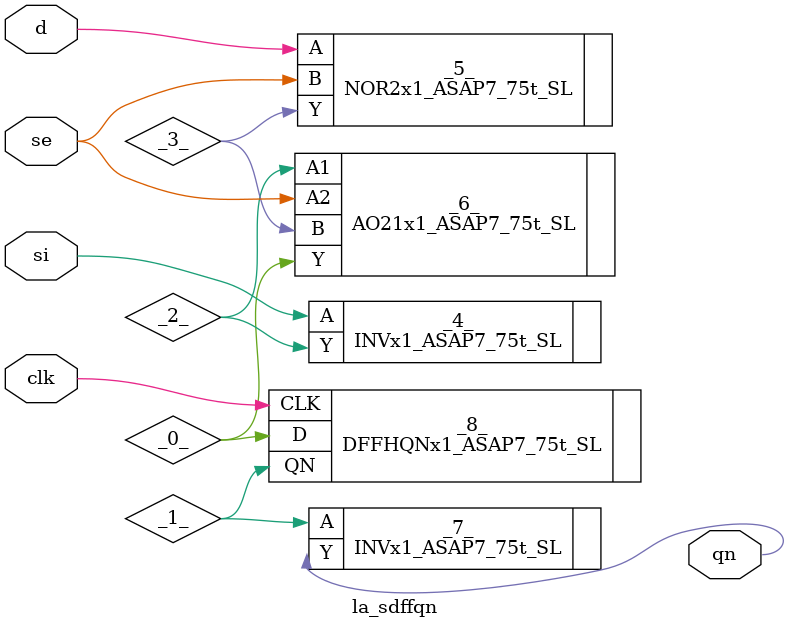
<source format=v>

/* Generated by Yosys 0.44 (git sha1 80ba43d26, g++ 11.4.0-1ubuntu1~22.04 -fPIC -O3) */

(* top =  1  *)
(* src = "generated" *)
module la_sdffqn (
    d,
    si,
    se,
    clk,
    qn
);
  (* src = "generated" *)
  wire _0_;
  wire _1_;
  wire _2_;
  wire _3_;
  (* src = "generated" *)
  input clk;
  wire clk;
  (* src = "generated" *)
  input d;
  wire d;
  (* src = "generated" *)
  output qn;
  wire qn;
  (* src = "generated" *)
  input se;
  wire se;
  (* src = "generated" *)
  input si;
  wire si;
  INVx1_ASAP7_75t_SL _4_ (
      .A(si),
      .Y(_2_)
  );
  NOR2x1_ASAP7_75t_SL _5_ (
      .A(d),
      .B(se),
      .Y(_3_)
  );
  AO21x1_ASAP7_75t_SL _6_ (
      .A1(_2_),
      .A2(se),
      .B (_3_),
      .Y (_0_)
  );
  INVx1_ASAP7_75t_SL _7_ (
      .A(_1_),
      .Y(qn)
  );
  (* src = "generated" *)
  DFFHQNx1_ASAP7_75t_SL _8_ (
      .CLK(clk),
      .D  (_0_),
      .QN (_1_)
  );
endmodule

</source>
